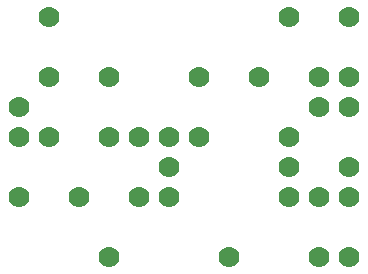
<source format=gtl>
G75*
%MOIN*%
%OFA0B0*%
%FSLAX25Y25*%
%IPPOS*%
%LPD*%
%AMOC8*
5,1,8,0,0,1.08239X$1,22.5*
%
%ADD10C,0.07000*%
D10*
X0041500Y0013108D03*
X0031500Y0033108D03*
X0051500Y0033108D03*
X0061500Y0033108D03*
X0061500Y0043108D03*
X0061500Y0053108D03*
X0071500Y0053108D03*
X0051500Y0053108D03*
X0041500Y0053108D03*
X0021500Y0053108D03*
X0011500Y0053108D03*
X0011500Y0063108D03*
X0021500Y0073108D03*
X0041500Y0073108D03*
X0021500Y0093108D03*
X0071500Y0073108D03*
X0091500Y0073108D03*
X0111500Y0073108D03*
X0121500Y0073108D03*
X0121500Y0063108D03*
X0111500Y0063108D03*
X0101500Y0053108D03*
X0101500Y0043108D03*
X0101500Y0033108D03*
X0111500Y0033108D03*
X0121500Y0033108D03*
X0121500Y0043108D03*
X0121500Y0013108D03*
X0111500Y0013108D03*
X0081500Y0013108D03*
X0011500Y0033108D03*
X0101500Y0093108D03*
X0121500Y0093108D03*
M02*

</source>
